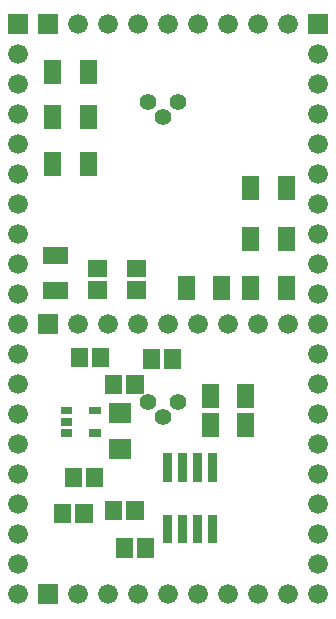
<source format=gbr>
G04 start of page 6 for group -4063 idx -4063 *
G04 Title: (unknown), componentmask *
G04 Creator: pcb-rnd 1.0.10 *
G04 CreationDate: Sat 16 Jul 2016 12:11:23 AM GMT UTC *
G04 For: fosse *
G04 Format: Gerber/RS-274X *
G04 PCB-Dimensions: 125000 215000 *
G04 PCB-Coordinate-Origin: lower left *
%MOIN*%
%FSLAX25Y25*%
%LNTOPMASK*%
%ADD50R,0.0257X0.0257*%
%ADD49R,0.0660X0.0660*%
%ADD48R,0.0300X0.0300*%
%ADD47R,0.0572X0.0572*%
%ADD46C,0.0560*%
%ADD45C,0.0001*%
%ADD44C,0.0660*%
G54D44*X110500Y125500D03*
Y115500D03*
Y105500D03*
Y95500D03*
Y85500D03*
X90500Y105500D03*
X100500D03*
X110500Y175500D03*
Y165500D03*
Y155500D03*
Y145500D03*
G54D45*G36*
X107200Y208800D02*Y202200D01*
X113800D01*
Y208800D01*
X107200D01*
G37*
G54D44*X110500Y195500D03*
Y185500D03*
Y135500D03*
X90500Y205500D03*
X100500D03*
X110500Y75500D03*
Y65500D03*
Y55500D03*
Y45500D03*
Y35500D03*
Y25500D03*
Y15500D03*
X80500D03*
X90500D03*
X100500D03*
G54D45*G36*
X17200Y18800D02*Y12200D01*
X23800D01*
Y18800D01*
X17200D01*
G37*
G54D44*X30500Y15500D03*
X40500D03*
X50500D03*
X60500D03*
X70500D03*
X10500Y25500D03*
Y15500D03*
G54D45*G36*
X17200Y108800D02*Y102200D01*
X23800D01*
Y108800D01*
X17200D01*
G37*
G54D44*X30500Y105500D03*
X60500D03*
X70500D03*
X80500D03*
G54D46*X54000Y79500D03*
X64000D03*
X59000Y74500D03*
G54D44*X10500Y145500D03*
Y135500D03*
Y125500D03*
Y115500D03*
Y105500D03*
Y95500D03*
Y85500D03*
Y75500D03*
Y65500D03*
Y55500D03*
Y45500D03*
Y35500D03*
X40500Y105500D03*
Y205500D03*
X50500Y105500D03*
G54D45*G36*
X17200Y208800D02*Y202200D01*
X23800D01*
Y208800D01*
X17200D01*
G37*
G54D44*X30500Y205500D03*
G54D45*G36*
X7200Y208800D02*Y202200D01*
X13800D01*
Y208800D01*
X7200D01*
G37*
G54D44*X10500Y195500D03*
Y185500D03*
Y175500D03*
Y165500D03*
Y155500D03*
X50500Y205500D03*
X60500D03*
X70500D03*
X80500D03*
G54D46*X54000Y179500D03*
X64000D03*
X59000Y174500D03*
G54D47*X22095Y175681D02*Y173319D01*
Y160181D02*Y157819D01*
X33905Y175681D02*Y173319D01*
Y190681D02*Y188319D01*
Y160181D02*Y157819D01*
X22095Y190681D02*Y188319D01*
X66595Y118681D02*Y116319D01*
X21819Y128500D02*X24181D01*
X21819Y116690D02*X24181D01*
X36607Y124043D02*X37393D01*
X36607Y116957D02*X37393D01*
X49607Y124043D02*X50393D01*
X49607Y116957D02*X50393D01*
X88095Y118681D02*Y116319D01*
X99905Y118681D02*Y116319D01*
X78405Y118681D02*Y116319D01*
X88095Y135181D02*Y132819D01*
X99905Y135181D02*Y132819D01*
X88095Y152181D02*Y149819D01*
X99905Y152181D02*Y149819D01*
G54D48*X75500Y61000D02*Y54500D01*
X70500Y61000D02*Y54500D01*
X65500Y61000D02*Y54500D01*
X60500Y61000D02*Y54500D01*
Y40500D02*Y34000D01*
X65500Y40500D02*Y34000D01*
X70500Y40500D02*Y34000D01*
G54D47*X45957Y31393D02*Y30607D01*
X53043Y31393D02*Y30607D01*
G54D48*X75500Y40500D02*Y34000D01*
G54D47*X28957Y54893D02*Y54107D01*
X36043Y54893D02*Y54107D01*
X25457Y42893D02*Y42107D01*
X32543Y42893D02*Y42107D01*
X42457Y43893D02*Y43107D01*
X49543Y43893D02*Y43107D01*
G54D49*X44000Y64000D02*X45000D01*
G54D47*X74595Y73181D02*Y70819D01*
X86405Y73181D02*Y70819D01*
X74604Y82681D02*Y80319D01*
X86414Y82681D02*Y80319D01*
G54D50*X35635Y69260D02*X36816D01*
G54D47*X42457Y85893D02*Y85107D01*
X49543Y85893D02*Y85107D01*
G54D49*X44000Y76000D02*X45000D01*
G54D50*X35635Y76740D02*X36816D01*
X26187Y73000D02*X27368D01*
X26187Y76740D02*X27368D01*
G54D47*X30957Y94893D02*Y94107D01*
G54D50*X26187Y69260D02*X27368D01*
G54D47*X54957Y94393D02*Y93607D01*
X38043Y94893D02*Y94107D01*
X62043Y94393D02*Y93607D01*
M02*

</source>
